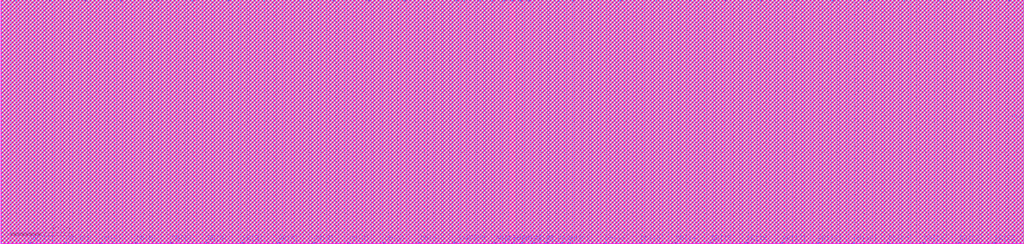
<source format=lef>
#     Copyright (c) 2022 SMIC                                                       
#     Filename:      RAM256.lef                                                   
#     IP code:       S018RF2P                                                         
#     Version:       0.2.b                                                        
#     CreateDate:    Mon Oct 31 21:43:58 CST 2022                                                     
                    
#    LEF for 2-PORT Register File                                                               
#    SMIC 0.18um G Logic Process                                                       
#    Configuration: -instname RAM256 -rows 64 -bits 24 -mux 4  



# DISCLAIMER                                                                           #
#                                                                                      #  
#   SMIC hereby provides the quality information to you but makes no claims,           #
# promises or guarantees about the accuracy, completeness, or adequacy of the          #
# information herein. The information contained herein is provided on an "AS IS"       #
# basis without any warranty, and SMIC assumes no obligation to provide support        #
# of any kind or otherwise maintain the information.                                   #  
#   SMIC disclaims any representation that the information does not infringe any       #
# intellectual property rights or proprietary rights of any third parties. SMIC        #
# makes no other warranty, whether express, implied or statutory as to any             #
# matter whatsoever, including but not limited to the accuracy or sufficiency of       #
# any information or the merchantability and fitness for a particular purpose.         #
# Neither SMIC nor any of its representatives shall be liable for any cause of         #
# action incurred to connect to this service.                                          #  
#                                                                                      #
# STATEMENT OF USE AND CONFIDENTIALITY                                                 #  
#                                                                                      #  
#   The following/attached material contains confidential and proprietary              #  
# information of SMIC. This material is based upon information which SMIC              #  
# considers reliable, but SMIC neither represents nor warrants that such               #
# information is accurate or complete, and it must not be relied upon as such.         #
# This information was prepared for informational purposes and is for the use          #
# by SMIC's customer only. SMIC reserves the right to make changes in the              #  
# information at any time without notice.                                              #  
#   No part of this information may be reproduced, transmitted, transcribed,           #  
# stored in a retrieval system, or translated into any human or computer               # 
# language, in any form or by any means, electronic, mechanical, magnetic,             #  
# optical, chemical, manual, or otherwise, without the prior written consent of        #
# SMIC. Any unauthorized use or disclosure of this material is strictly                #  
# prohibited and may be unlawful. By accepting this material, the receiving            #  
# party shall be deemed to have acknowledged, accepted, and agreed to be bound         #
# by the foregoing limitations and restrictions. Thank you.                            #  
#                                                                                      #  


MACRO RAM256
CLASS BLOCK ;
ORIGIN 0 0 ;
SIZE 670.9 BY 159.945 ;
SYMMETRY X Y R90 ;

PIN QA[11]
DIRECTION OUTPUT ;
USE SIGNAL ;
PORT
LAYER METAL1 ;
RECT 8.905 159.305 9.975 159.945 ;
LAYER METAL2 ;
RECT 8.905 159.305 9.975 159.945 ;
LAYER METAL3 ;
RECT 8.905 159.305 9.975 159.945 ;
END
ANTENNAGATEAREA 0.079 ;
ANTENNADIFFAREA 0.3738 ;
END QA[11]

PIN DB[11]
DIRECTION INPUT ;
USE SIGNAL ;
PORT
LAYER METAL1 ;
RECT 18.725 0.0 19.795 0.64 ;
LAYER METAL2 ;
RECT 18.725 0.0 19.795 0.64 ;
LAYER METAL3 ;
RECT 18.725 0.0 19.795 0.64 ;
END
ANTENNAGATEAREA 0.079 ;
ANTENNADIFFAREA 0.3738 ;
END DB[11]

PIN QA[10]
DIRECTION OUTPUT ;
USE SIGNAL ;
PORT
LAYER METAL1 ;
RECT 32.145 159.305 33.215 159.945 ;
LAYER METAL2 ;
RECT 32.145 159.305 33.215 159.945 ;
LAYER METAL3 ;
RECT 32.145 159.305 33.215 159.945 ;
END
ANTENNAGATEAREA 0.079 ;
ANTENNADIFFAREA 0.3738 ;
END QA[10]

PIN DB[10]
DIRECTION INPUT ;
USE SIGNAL ;
PORT
LAYER METAL1 ;
RECT 41.965 0.0 43.035 0.64 ;
LAYER METAL2 ;
RECT 41.965 0.0 43.035 0.64 ;
LAYER METAL3 ;
RECT 41.965 0.0 43.035 0.64 ;
END
ANTENNAGATEAREA 0.079 ;
ANTENNADIFFAREA 0.3738 ;
END DB[10]

PIN QA[9]
DIRECTION OUTPUT ;
USE SIGNAL ;
PORT
LAYER METAL1 ;
RECT 55.385 159.305 56.455 159.945 ;
LAYER METAL2 ;
RECT 55.385 159.305 56.455 159.945 ;
LAYER METAL3 ;
RECT 55.385 159.305 56.455 159.945 ;
END
ANTENNAGATEAREA 0.079 ;
ANTENNADIFFAREA 0.3738 ;
END QA[9]

PIN DB[9]
DIRECTION INPUT ;
USE SIGNAL ;
PORT
LAYER METAL1 ;
RECT 65.205 0.0 66.275 0.64 ;
LAYER METAL2 ;
RECT 65.205 0.0 66.275 0.64 ;
LAYER METAL3 ;
RECT 65.205 0.0 66.275 0.64 ;
END
ANTENNAGATEAREA 0.079 ;
ANTENNADIFFAREA 0.3738 ;
END DB[9]

PIN QA[8]
DIRECTION OUTPUT ;
USE SIGNAL ;
PORT
LAYER METAL1 ;
RECT 78.625 159.305 79.695 159.945 ;
LAYER METAL2 ;
RECT 78.625 159.305 79.695 159.945 ;
LAYER METAL3 ;
RECT 78.625 159.305 79.695 159.945 ;
END
ANTENNAGATEAREA 0.079 ;
ANTENNADIFFAREA 0.3738 ;
END QA[8]

PIN DB[8]
DIRECTION INPUT ;
USE SIGNAL ;
PORT
LAYER METAL1 ;
RECT 88.445 0.0 89.515 0.64 ;
LAYER METAL2 ;
RECT 88.445 0.0 89.515 0.64 ;
LAYER METAL3 ;
RECT 88.445 0.0 89.515 0.64 ;
END
ANTENNAGATEAREA 0.079 ;
ANTENNADIFFAREA 0.3738 ;
END DB[8]

PIN QA[7]
DIRECTION OUTPUT ;
USE SIGNAL ;
PORT
LAYER METAL1 ;
RECT 101.865 159.305 102.935 159.945 ;
LAYER METAL2 ;
RECT 101.865 159.305 102.935 159.945 ;
LAYER METAL3 ;
RECT 101.865 159.305 102.935 159.945 ;
END
ANTENNAGATEAREA 0.079 ;
ANTENNADIFFAREA 0.3738 ;
END QA[7]

PIN DB[7]
DIRECTION INPUT ;
USE SIGNAL ;
PORT
LAYER METAL1 ;
RECT 111.685 0.0 112.755 0.64 ;
LAYER METAL2 ;
RECT 111.685 0.0 112.755 0.64 ;
LAYER METAL3 ;
RECT 111.685 0.0 112.755 0.64 ;
END
ANTENNAGATEAREA 0.079 ;
ANTENNADIFFAREA 0.3738 ;
END DB[7]

PIN QA[6]
DIRECTION OUTPUT ;
USE SIGNAL ;
PORT
LAYER METAL1 ;
RECT 125.105 159.305 126.175 159.945 ;
LAYER METAL2 ;
RECT 125.105 159.305 126.175 159.945 ;
LAYER METAL3 ;
RECT 125.105 159.305 126.175 159.945 ;
END
ANTENNAGATEAREA 0.079 ;
ANTENNADIFFAREA 0.3738 ;
END QA[6]

PIN DB[6]
DIRECTION INPUT ;
USE SIGNAL ;
PORT
LAYER METAL1 ;
RECT 134.925 0.0 135.995 0.64 ;
LAYER METAL2 ;
RECT 134.925 0.0 135.995 0.64 ;
LAYER METAL3 ;
RECT 134.925 0.0 135.995 0.64 ;
END
ANTENNAGATEAREA 0.079 ;
ANTENNADIFFAREA 0.3738 ;
END DB[6]

PIN QA[5]
DIRECTION OUTPUT ;
USE SIGNAL ;
PORT
LAYER METAL1 ;
RECT 148.345 159.305 149.415 159.945 ;
LAYER METAL2 ;
RECT 148.345 159.305 149.415 159.945 ;
LAYER METAL3 ;
RECT 148.345 159.305 149.415 159.945 ;
END
ANTENNAGATEAREA 0.079 ;
ANTENNADIFFAREA 0.3738 ;
END QA[5]

PIN DB[5]
DIRECTION INPUT ;
USE SIGNAL ;
PORT
LAYER METAL1 ;
RECT 158.165 0.0 159.235 0.64 ;
LAYER METAL2 ;
RECT 158.165 0.0 159.235 0.64 ;
LAYER METAL3 ;
RECT 158.165 0.0 159.235 0.64 ;
END
ANTENNAGATEAREA 0.079 ;
ANTENNADIFFAREA 0.3738 ;
END DB[5]

PIN QA[4]
DIRECTION OUTPUT ;
USE SIGNAL ;
PORT
LAYER METAL1 ;
RECT 171.585 159.305 172.655 159.945 ;
LAYER METAL2 ;
RECT 171.585 159.305 172.655 159.945 ;
LAYER METAL3 ;
RECT 171.585 159.305 172.655 159.945 ;
END
ANTENNAGATEAREA 0.079 ;
ANTENNADIFFAREA 0.3738 ;
END QA[4]

PIN DB[4]
DIRECTION INPUT ;
USE SIGNAL ;
PORT
LAYER METAL1 ;
RECT 181.405 0.0 182.475 0.64 ;
LAYER METAL2 ;
RECT 181.405 0.0 182.475 0.64 ;
LAYER METAL3 ;
RECT 181.405 0.0 182.475 0.64 ;
END
ANTENNAGATEAREA 0.079 ;
ANTENNADIFFAREA 0.3738 ;
END DB[4]

PIN QA[3]
DIRECTION OUTPUT ;
USE SIGNAL ;
PORT
LAYER METAL1 ;
RECT 194.825 159.305 195.895 159.945 ;
LAYER METAL2 ;
RECT 194.825 159.305 195.895 159.945 ;
LAYER METAL3 ;
RECT 194.825 159.305 195.895 159.945 ;
END
ANTENNAGATEAREA 0.079 ;
ANTENNADIFFAREA 0.3738 ;
END QA[3]

PIN DB[3]
DIRECTION INPUT ;
USE SIGNAL ;
PORT
LAYER METAL1 ;
RECT 204.645 0.0 205.715 0.64 ;
LAYER METAL2 ;
RECT 204.645 0.0 205.715 0.64 ;
LAYER METAL3 ;
RECT 204.645 0.0 205.715 0.64 ;
END
ANTENNAGATEAREA 0.079 ;
ANTENNADIFFAREA 0.3738 ;
END DB[3]

PIN QA[2]
DIRECTION OUTPUT ;
USE SIGNAL ;
PORT
LAYER METAL1 ;
RECT 218.065 159.305 219.135 159.945 ;
LAYER METAL2 ;
RECT 218.065 159.305 219.135 159.945 ;
LAYER METAL3 ;
RECT 218.065 159.305 219.135 159.945 ;
END
ANTENNAGATEAREA 0.079 ;
ANTENNADIFFAREA 0.3738 ;
END QA[2]

PIN DB[2]
DIRECTION INPUT ;
USE SIGNAL ;
PORT
LAYER METAL1 ;
RECT 227.885 0.0 228.955 0.64 ;
LAYER METAL2 ;
RECT 227.885 0.0 228.955 0.64 ;
LAYER METAL3 ;
RECT 227.885 0.0 228.955 0.64 ;
END
ANTENNAGATEAREA 0.079 ;
ANTENNADIFFAREA 0.3738 ;
END DB[2]

PIN QA[1]
DIRECTION OUTPUT ;
USE SIGNAL ;
PORT
LAYER METAL1 ;
RECT 241.305 159.305 242.375 159.945 ;
LAYER METAL2 ;
RECT 241.305 159.305 242.375 159.945 ;
LAYER METAL3 ;
RECT 241.305 159.305 242.375 159.945 ;
END
ANTENNAGATEAREA 0.079 ;
ANTENNADIFFAREA 0.3738 ;
END QA[1]

PIN DB[1]
DIRECTION INPUT ;
USE SIGNAL ;
PORT
LAYER METAL1 ;
RECT 251.125 0.0 252.195 0.64 ;
LAYER METAL2 ;
RECT 251.125 0.0 252.195 0.64 ;
LAYER METAL3 ;
RECT 251.125 0.0 252.195 0.64 ;
END
ANTENNAGATEAREA 0.079 ;
ANTENNADIFFAREA 0.3738 ;
END DB[1]

PIN QA[0]
DIRECTION OUTPUT ;
USE SIGNAL ;
PORT
LAYER METAL1 ;
RECT 264.545 159.305 265.615 159.945 ;
LAYER METAL2 ;
RECT 264.545 159.305 265.615 159.945 ;
LAYER METAL3 ;
RECT 264.545 159.305 265.615 159.945 ;
END
ANTENNAGATEAREA 0.079 ;
ANTENNADIFFAREA 0.3738 ;
END QA[0]

PIN DB[0]
DIRECTION INPUT ;
USE SIGNAL ;
PORT
LAYER METAL1 ;
RECT 274.365 0.0 275.435 0.64 ;
LAYER METAL2 ;
RECT 274.365 0.0 275.435 0.64 ;
LAYER METAL3 ;
RECT 274.365 0.0 275.435 0.64 ;
END
ANTENNAGATEAREA 0.079 ;
ANTENNADIFFAREA 0.3738 ;
END DB[0]

PIN CLKB
DIRECTION INPUT ;
USE CLOCK ;
PORT
LAYER METAL1 ;
RECT 297.105 0.0 297.605 1.07 ;
LAYER METAL2 ;
RECT 297.105 0.0 297.605 1.07 ;
LAYER METAL3 ;
RECT 297.105 0.0 297.605 1.07 ;
END
ANTENNAGATEAREA 0.079 ;
ANTENNADIFFAREA 0.3738 ;
END CLKB

PIN AA[0]
DIRECTION INPUT ;
USE SIGNAL ;
PORT
LAYER METAL1 ;
RECT 297.655 159.305 298.905 159.945 ;
LAYER METAL2 ;
RECT 297.655 159.305 298.905 159.945 ;
LAYER METAL3 ;
RECT 297.655 159.305 298.905 159.945 ;
END
ANTENNAGATEAREA 0.079 ;
ANTENNADIFFAREA 0.3738 ;
END AA[0]

PIN AA[1]
DIRECTION INPUT ;
USE SIGNAL ;
PORT
LAYER METAL1 ;
RECT 302.505 159.305 303.755 159.945 ;
LAYER METAL2 ;
RECT 302.505 159.305 303.755 159.945 ;
LAYER METAL3 ;
RECT 302.505 159.305 303.755 159.945 ;
END
ANTENNAGATEAREA 0.079 ;
ANTENNADIFFAREA 0.3738 ;
END AA[1]

PIN CENB
DIRECTION INPUT ;
USE SIGNAL ;
PORT
LAYER METAL1 ;
RECT 306.72 0.0 307.22 1.07 ;
LAYER METAL2 ;
RECT 306.72 0.0 307.22 1.07 ;
LAYER METAL3 ;
RECT 306.72 0.0 307.22 1.07 ;
END
ANTENNAGATEAREA 0.079 ;
ANTENNADIFFAREA 0.3738 ;
END CENB

PIN AA[4]
DIRECTION INPUT ;
USE SIGNAL ;
PORT
LAYER METAL1 ;
RECT 312.875 159.305 314.525 159.945 ;
LAYER METAL2 ;
RECT 312.875 159.305 314.125 159.945 ;
LAYER METAL3 ;
RECT 312.875 159.305 314.125 159.945 ;
END
ANTENNAGATEAREA 0.079 ;
ANTENNADIFFAREA 0.3738 ;
END AA[4]

PIN AA[3]
DIRECTION INPUT ;
USE SIGNAL ;
PORT
LAYER METAL1 ;
RECT 320.815 159.305 322.465 159.945 ;
LAYER METAL2 ;
RECT 320.815 159.305 322.065 159.945 ;
LAYER METAL3 ;
RECT 320.815 159.305 322.065 159.945 ;
END
ANTENNAGATEAREA 0.079 ;
ANTENNADIFFAREA 0.3738 ;
END AA[3]

PIN AB[7]
DIRECTION INPUT ;
USE SIGNAL ;
PORT
LAYER METAL1 ;
RECT 323.45 0.0 325.015 0.64 ;
LAYER METAL2 ;
RECT 323.765 0.0 325.015 0.64 ;
LAYER METAL3 ;
RECT 323.765 0.0 325.015 0.64 ;
END
ANTENNAGATEAREA 0.079 ;
ANTENNADIFFAREA 0.3738 ;
END AB[7]

PIN AA[2]
DIRECTION INPUT ;
USE SIGNAL ;
PORT
LAYER METAL1 ;
RECT 328.755 159.305 330.405 159.945 ;
LAYER METAL2 ;
RECT 328.755 159.305 330.005 159.945 ;
LAYER METAL3 ;
RECT 328.755 159.305 330.005 159.945 ;
END
ANTENNAGATEAREA 0.079 ;
ANTENNADIFFAREA 0.3738 ;
END AA[2]

PIN AB[6]
DIRECTION INPUT ;
USE SIGNAL ;
PORT
LAYER METAL1 ;
RECT 329.21 0.0 330.775 0.64 ;
LAYER METAL2 ;
RECT 329.525 0.0 330.775 0.64 ;
LAYER METAL3 ;
RECT 329.525 0.0 330.775 0.64 ;
END
ANTENNAGATEAREA 0.079 ;
ANTENNADIFFAREA 0.3738 ;
END AB[6]

PIN AA[5]
DIRECTION INPUT ;
USE SIGNAL ;
PORT
LAYER METAL1 ;
RECT 334.365 159.305 335.93 159.945 ;
LAYER METAL2 ;
RECT 334.365 159.305 335.615 159.945 ;
LAYER METAL3 ;
RECT 334.365 159.305 335.615 159.945 ;
END
ANTENNAGATEAREA 0.079 ;
ANTENNADIFFAREA 0.3738 ;
END AA[5]

PIN AB[5]
DIRECTION INPUT ;
USE SIGNAL ;
PORT
LAYER METAL1 ;
RECT 334.97 0.0 336.535 0.64 ;
LAYER METAL2 ;
RECT 335.285 0.0 336.535 0.64 ;
LAYER METAL3 ;
RECT 335.285 0.0 336.535 0.64 ;
END
ANTENNAGATEAREA 0.079 ;
ANTENNADIFFAREA 0.3738 ;
END AB[5]

PIN AA[6]
DIRECTION INPUT ;
USE SIGNAL ;
PORT
LAYER METAL1 ;
RECT 340.125 159.305 341.69 159.945 ;
LAYER METAL2 ;
RECT 340.125 159.305 341.375 159.945 ;
LAYER METAL3 ;
RECT 340.125 159.305 341.375 159.945 ;
END
ANTENNAGATEAREA 0.079 ;
ANTENNADIFFAREA 0.3738 ;
END AA[6]

PIN AB[2]
DIRECTION INPUT ;
USE SIGNAL ;
PORT
LAYER METAL1 ;
RECT 340.495 0.0 342.145 0.64 ;
LAYER METAL2 ;
RECT 340.895 0.0 342.145 0.64 ;
LAYER METAL3 ;
RECT 340.895 0.0 342.145 0.64 ;
END
ANTENNAGATEAREA 0.079 ;
ANTENNADIFFAREA 0.3738 ;
END AB[2]

PIN AA[7]
DIRECTION INPUT ;
USE SIGNAL ;
PORT
LAYER METAL1 ;
RECT 345.885 159.305 347.45 159.945 ;
LAYER METAL2 ;
RECT 345.885 159.305 347.135 159.945 ;
LAYER METAL3 ;
RECT 345.885 159.305 347.135 159.945 ;
END
ANTENNAGATEAREA 0.079 ;
ANTENNADIFFAREA 0.3738 ;
END AA[7]

PIN AB[3]
DIRECTION INPUT ;
USE SIGNAL ;
PORT
LAYER METAL1 ;
RECT 348.435 0.0 350.085 0.64 ;
LAYER METAL2 ;
RECT 348.835 0.0 350.085 0.64 ;
LAYER METAL3 ;
RECT 348.835 0.0 350.085 0.64 ;
END
ANTENNAGATEAREA 0.079 ;
ANTENNADIFFAREA 0.3738 ;
END AB[3]

PIN AB[4]
DIRECTION INPUT ;
USE SIGNAL ;
PORT
LAYER METAL1 ;
RECT 356.375 0.0 358.025 0.64 ;
LAYER METAL2 ;
RECT 356.775 0.0 358.025 0.64 ;
LAYER METAL3 ;
RECT 356.775 0.0 358.025 0.64 ;
END
ANTENNAGATEAREA 0.079 ;
ANTENNADIFFAREA 0.3738 ;
END AB[4]

PIN CENA
DIRECTION INPUT ;
USE SIGNAL ;
PORT
LAYER METAL1 ;
RECT 365.525 158.875 366.025 159.945 ;
LAYER METAL2 ;
RECT 365.525 158.875 366.025 159.945 ;
LAYER METAL3 ;
RECT 365.525 158.875 366.025 159.945 ;
END
ANTENNAGATEAREA 0.079 ;
ANTENNADIFFAREA 0.3738 ;
END CENA

PIN AB[1]
DIRECTION INPUT ;
USE SIGNAL ;
PORT
LAYER METAL1 ;
RECT 367.145 0.0 368.395 0.64 ;
LAYER METAL2 ;
RECT 367.145 0.0 368.395 0.64 ;
LAYER METAL3 ;
RECT 367.145 0.0 368.395 0.64 ;
END
ANTENNAGATEAREA 0.079 ;
ANTENNADIFFAREA 0.3738 ;
END AB[1]

PIN AB[0]
DIRECTION INPUT ;
USE SIGNAL ;
PORT
LAYER METAL1 ;
RECT 371.995 0.0 373.245 0.64 ;
LAYER METAL2 ;
RECT 371.995 0.0 373.245 0.64 ;
LAYER METAL3 ;
RECT 371.995 0.0 373.245 0.64 ;
END
ANTENNAGATEAREA 0.079 ;
ANTENNADIFFAREA 0.3738 ;
END AB[0]

PIN CLKA
DIRECTION INPUT ;
USE CLOCK ;
PORT
LAYER METAL1 ;
RECT 374.93 158.875 375.43 159.945 ;
LAYER METAL2 ;
RECT 374.93 158.875 375.43 159.945 ;
LAYER METAL3 ;
RECT 374.93 158.875 375.43 159.945 ;
END
ANTENNAGATEAREA 0.079 ;
ANTENNADIFFAREA 0.3738 ;
END CLKA

PIN DB[12]
DIRECTION INPUT ;
USE SIGNAL ;
PORT
LAYER METAL1 ;
RECT 395.465 0.0 396.535 0.64 ;
LAYER METAL2 ;
RECT 395.465 0.0 396.535 0.64 ;
LAYER METAL3 ;
RECT 395.465 0.0 396.535 0.64 ;
END
ANTENNAGATEAREA 0.079 ;
ANTENNADIFFAREA 0.3738 ;
END DB[12]

PIN QA[12]
DIRECTION OUTPUT ;
USE SIGNAL ;
PORT
LAYER METAL1 ;
RECT 405.285 159.305 406.355 159.945 ;
LAYER METAL2 ;
RECT 405.285 159.305 406.355 159.945 ;
LAYER METAL3 ;
RECT 405.285 159.305 406.355 159.945 ;
END
ANTENNAGATEAREA 0.079 ;
ANTENNADIFFAREA 0.3738 ;
END QA[12]

PIN DB[13]
DIRECTION INPUT ;
USE SIGNAL ;
PORT
LAYER METAL1 ;
RECT 418.705 0.0 419.775 0.64 ;
LAYER METAL2 ;
RECT 418.705 0.0 419.775 0.64 ;
LAYER METAL3 ;
RECT 418.705 0.0 419.775 0.64 ;
END
ANTENNAGATEAREA 0.079 ;
ANTENNADIFFAREA 0.3738 ;
END DB[13]

PIN QA[13]
DIRECTION OUTPUT ;
USE SIGNAL ;
PORT
LAYER METAL1 ;
RECT 428.525 159.305 429.595 159.945 ;
LAYER METAL2 ;
RECT 428.525 159.305 429.595 159.945 ;
LAYER METAL3 ;
RECT 428.525 159.305 429.595 159.945 ;
END
ANTENNAGATEAREA 0.079 ;
ANTENNADIFFAREA 0.3738 ;
END QA[13]

PIN DB[14]
DIRECTION INPUT ;
USE SIGNAL ;
PORT
LAYER METAL1 ;
RECT 441.945 0.0 443.015 0.64 ;
LAYER METAL2 ;
RECT 441.945 0.0 443.015 0.64 ;
LAYER METAL3 ;
RECT 441.945 0.0 443.015 0.64 ;
END
ANTENNAGATEAREA 0.079 ;
ANTENNADIFFAREA 0.3738 ;
END DB[14]

PIN QA[14]
DIRECTION OUTPUT ;
USE SIGNAL ;
PORT
LAYER METAL1 ;
RECT 451.765 159.305 452.835 159.945 ;
LAYER METAL2 ;
RECT 451.765 159.305 452.835 159.945 ;
LAYER METAL3 ;
RECT 451.765 159.305 452.835 159.945 ;
END
ANTENNAGATEAREA 0.079 ;
ANTENNADIFFAREA 0.3738 ;
END QA[14]

PIN DB[15]
DIRECTION INPUT ;
USE SIGNAL ;
PORT
LAYER METAL1 ;
RECT 465.185 0.0 466.255 0.64 ;
LAYER METAL2 ;
RECT 465.185 0.0 466.255 0.64 ;
LAYER METAL3 ;
RECT 465.185 0.0 466.255 0.64 ;
END
ANTENNAGATEAREA 0.079 ;
ANTENNADIFFAREA 0.3738 ;
END DB[15]

PIN QA[15]
DIRECTION OUTPUT ;
USE SIGNAL ;
PORT
LAYER METAL1 ;
RECT 475.005 159.305 476.075 159.945 ;
LAYER METAL2 ;
RECT 475.005 159.305 476.075 159.945 ;
LAYER METAL3 ;
RECT 475.005 159.305 476.075 159.945 ;
END
ANTENNAGATEAREA 0.079 ;
ANTENNADIFFAREA 0.3738 ;
END QA[15]

PIN DB[16]
DIRECTION INPUT ;
USE SIGNAL ;
PORT
LAYER METAL1 ;
RECT 488.425 0.0 489.495 0.64 ;
LAYER METAL2 ;
RECT 488.425 0.0 489.495 0.64 ;
LAYER METAL3 ;
RECT 488.425 0.0 489.495 0.64 ;
END
ANTENNAGATEAREA 0.079 ;
ANTENNADIFFAREA 0.3738 ;
END DB[16]

PIN QA[16]
DIRECTION OUTPUT ;
USE SIGNAL ;
PORT
LAYER METAL1 ;
RECT 498.245 159.305 499.315 159.945 ;
LAYER METAL2 ;
RECT 498.245 159.305 499.315 159.945 ;
LAYER METAL3 ;
RECT 498.245 159.305 499.315 159.945 ;
END
ANTENNAGATEAREA 0.079 ;
ANTENNADIFFAREA 0.3738 ;
END QA[16]

PIN DB[17]
DIRECTION INPUT ;
USE SIGNAL ;
PORT
LAYER METAL1 ;
RECT 511.665 0.0 512.735 0.64 ;
LAYER METAL2 ;
RECT 511.665 0.0 512.735 0.64 ;
LAYER METAL3 ;
RECT 511.665 0.0 512.735 0.64 ;
END
ANTENNAGATEAREA 0.079 ;
ANTENNADIFFAREA 0.3738 ;
END DB[17]

PIN QA[17]
DIRECTION OUTPUT ;
USE SIGNAL ;
PORT
LAYER METAL1 ;
RECT 521.485 159.305 522.555 159.945 ;
LAYER METAL2 ;
RECT 521.485 159.305 522.555 159.945 ;
LAYER METAL3 ;
RECT 521.485 159.305 522.555 159.945 ;
END
ANTENNAGATEAREA 0.079 ;
ANTENNADIFFAREA 0.3738 ;
END QA[17]

PIN DB[18]
DIRECTION INPUT ;
USE SIGNAL ;
PORT
LAYER METAL1 ;
RECT 534.905 0.0 535.975 0.64 ;
LAYER METAL2 ;
RECT 534.905 0.0 535.975 0.64 ;
LAYER METAL3 ;
RECT 534.905 0.0 535.975 0.64 ;
END
ANTENNAGATEAREA 0.079 ;
ANTENNADIFFAREA 0.3738 ;
END DB[18]

PIN QA[18]
DIRECTION OUTPUT ;
USE SIGNAL ;
PORT
LAYER METAL1 ;
RECT 544.725 159.305 545.795 159.945 ;
LAYER METAL2 ;
RECT 544.725 159.305 545.795 159.945 ;
LAYER METAL3 ;
RECT 544.725 159.305 545.795 159.945 ;
END
ANTENNAGATEAREA 0.079 ;
ANTENNADIFFAREA 0.3738 ;
END QA[18]

PIN DB[19]
DIRECTION INPUT ;
USE SIGNAL ;
PORT
LAYER METAL1 ;
RECT 558.145 0.0 559.215 0.64 ;
LAYER METAL2 ;
RECT 558.145 0.0 559.215 0.64 ;
LAYER METAL3 ;
RECT 558.145 0.0 559.215 0.64 ;
END
ANTENNAGATEAREA 0.079 ;
ANTENNADIFFAREA 0.3738 ;
END DB[19]

PIN QA[19]
DIRECTION OUTPUT ;
USE SIGNAL ;
PORT
LAYER METAL1 ;
RECT 567.965 159.305 569.035 159.945 ;
LAYER METAL2 ;
RECT 567.965 159.305 569.035 159.945 ;
LAYER METAL3 ;
RECT 567.965 159.305 569.035 159.945 ;
END
ANTENNAGATEAREA 0.079 ;
ANTENNADIFFAREA 0.3738 ;
END QA[19]

PIN DB[20]
DIRECTION INPUT ;
USE SIGNAL ;
PORT
LAYER METAL1 ;
RECT 581.385 0.0 582.455 0.64 ;
LAYER METAL2 ;
RECT 581.385 0.0 582.455 0.64 ;
LAYER METAL3 ;
RECT 581.385 0.0 582.455 0.64 ;
END
ANTENNAGATEAREA 0.079 ;
ANTENNADIFFAREA 0.3738 ;
END DB[20]

PIN QA[20]
DIRECTION OUTPUT ;
USE SIGNAL ;
PORT
LAYER METAL1 ;
RECT 591.205 159.305 592.275 159.945 ;
LAYER METAL2 ;
RECT 591.205 159.305 592.275 159.945 ;
LAYER METAL3 ;
RECT 591.205 159.305 592.275 159.945 ;
END
ANTENNAGATEAREA 0.079 ;
ANTENNADIFFAREA 0.3738 ;
END QA[20]

PIN DB[21]
DIRECTION INPUT ;
USE SIGNAL ;
PORT
LAYER METAL1 ;
RECT 604.625 0.0 605.695 0.64 ;
LAYER METAL2 ;
RECT 604.625 0.0 605.695 0.64 ;
LAYER METAL3 ;
RECT 604.625 0.0 605.695 0.64 ;
END
ANTENNAGATEAREA 0.079 ;
ANTENNADIFFAREA 0.3738 ;
END DB[21]

PIN QA[21]
DIRECTION OUTPUT ;
USE SIGNAL ;
PORT
LAYER METAL1 ;
RECT 614.445 159.305 615.515 159.945 ;
LAYER METAL2 ;
RECT 614.445 159.305 615.515 159.945 ;
LAYER METAL3 ;
RECT 614.445 159.305 615.515 159.945 ;
END
ANTENNAGATEAREA 0.079 ;
ANTENNADIFFAREA 0.3738 ;
END QA[21]

PIN DB[22]
DIRECTION INPUT ;
USE SIGNAL ;
PORT
LAYER METAL1 ;
RECT 627.865 0.0 628.935 0.64 ;
LAYER METAL2 ;
RECT 627.865 0.0 628.935 0.64 ;
LAYER METAL3 ;
RECT 627.865 0.0 628.935 0.64 ;
END
ANTENNAGATEAREA 0.079 ;
ANTENNADIFFAREA 0.3738 ;
END DB[22]

PIN QA[22]
DIRECTION OUTPUT ;
USE SIGNAL ;
PORT
LAYER METAL1 ;
RECT 637.685 159.305 638.755 159.945 ;
LAYER METAL2 ;
RECT 637.685 159.305 638.755 159.945 ;
LAYER METAL3 ;
RECT 637.685 159.305 638.755 159.945 ;
END
ANTENNAGATEAREA 0.079 ;
ANTENNADIFFAREA 0.3738 ;
END QA[22]

PIN DB[23]
DIRECTION INPUT ;
USE SIGNAL ;
PORT
LAYER METAL1 ;
RECT 651.105 0.0 652.175 0.64 ;
LAYER METAL2 ;
RECT 651.105 0.0 652.175 0.64 ;
LAYER METAL3 ;
RECT 651.105 0.0 652.175 0.64 ;
END
ANTENNAGATEAREA 0.079 ;
ANTENNADIFFAREA 0.3738 ;
END DB[23]

PIN QA[23]
DIRECTION OUTPUT ;
USE SIGNAL ;
PORT
LAYER METAL1 ;
RECT 660.925 159.305 661.995 159.945 ;
LAYER METAL2 ;
RECT 660.925 159.305 661.995 159.945 ;
LAYER METAL3 ;
RECT 660.925 159.305 661.995 159.945 ;
END
ANTENNAGATEAREA 0.079 ;
ANTENNADIFFAREA 0.3738 ;
END QA[23]

PIN VSS
DIRECTION INOUT ;
USE GROUND ;
PORT
LAYER METAL4 ;
RECT 279.475 0.0 283.475 159.945 ;
LAYER METAL4 ;
RECT 290.475 0.0 294.475 159.945 ;
LAYER METAL4 ;
RECT 301.475 0.0 305.475 159.945 ;
LAYER METAL4 ;
RECT 312.475 0.0 316.475 159.945 ;
LAYER METAL4 ;
RECT 323.475 0.0 327.475 159.945 ;
LAYER METAL4 ;
RECT 343.425 0.0 347.425 159.945 ;
LAYER METAL4 ;
RECT 354.425 0.0 358.425 159.945 ;
LAYER METAL4 ;
RECT 365.425 0.0 369.425 159.945 ;
LAYER METAL4 ;
RECT 376.425 0.0 380.425 159.945 ;
LAYER METAL4 ;
RECT 387.425 0.0 391.425 159.945 ;
LAYER METAL4 ;
RECT 267.855 0.0 271.855 159.945 ;
LAYER METAL4 ;
RECT 256.235 0.0 260.235 159.945 ;
LAYER METAL4 ;
RECT 244.615 0.0 248.615 159.945 ;
LAYER METAL4 ;
RECT 232.995 0.0 236.995 159.945 ;
LAYER METAL4 ;
RECT 221.375 0.0 225.375 159.945 ;
LAYER METAL4 ;
RECT 209.755 0.0 213.755 159.945 ;
LAYER METAL4 ;
RECT 198.135 0.0 202.135 159.945 ;
LAYER METAL4 ;
RECT 186.515 0.0 190.515 159.945 ;
LAYER METAL4 ;
RECT 174.895 0.0 178.895 159.945 ;
LAYER METAL4 ;
RECT 163.275 0.0 167.275 159.945 ;
LAYER METAL4 ;
RECT 151.655 0.0 155.655 159.945 ;
LAYER METAL4 ;
RECT 140.035 0.0 144.035 159.945 ;
LAYER METAL4 ;
RECT 128.415 0.0 132.415 159.945 ;
LAYER METAL4 ;
RECT 116.795 0.0 120.795 159.945 ;
LAYER METAL4 ;
RECT 105.175 0.0 109.175 159.945 ;
LAYER METAL4 ;
RECT 93.555 0.0 97.555 159.945 ;
LAYER METAL4 ;
RECT 81.935 0.0 85.935 159.945 ;
LAYER METAL4 ;
RECT 70.315 0.0 74.315 159.945 ;
LAYER METAL4 ;
RECT 58.695 0.0 62.695 159.945 ;
LAYER METAL4 ;
RECT 47.075 0.0 51.075 159.945 ;
LAYER METAL4 ;
RECT 35.455 0.0 39.455 159.945 ;
LAYER METAL4 ;
RECT 23.835 0.0 27.835 159.945 ;
LAYER METAL4 ;
RECT 12.215 0.0 16.215 159.945 ;
LAYER METAL4 ;
RECT 0.595 0.0 4.595 159.945 ;
LAYER METAL4 ;
RECT 399.045 0.0 403.045 159.945 ;
LAYER METAL4 ;
RECT 410.665 0.0 414.665 159.945 ;
LAYER METAL4 ;
RECT 422.285 0.0 426.285 159.945 ;
LAYER METAL4 ;
RECT 433.905 0.0 437.905 159.945 ;
LAYER METAL4 ;
RECT 445.525 0.0 449.525 159.945 ;
LAYER METAL4 ;
RECT 457.145 0.0 461.145 159.945 ;
LAYER METAL4 ;
RECT 468.765 0.0 472.765 159.945 ;
LAYER METAL4 ;
RECT 480.385 0.0 484.385 159.945 ;
LAYER METAL4 ;
RECT 492.005 0.0 496.005 159.945 ;
LAYER METAL4 ;
RECT 503.625 0.0 507.625 159.945 ;
LAYER METAL4 ;
RECT 515.245 0.0 519.245 159.945 ;
LAYER METAL4 ;
RECT 526.865 0.0 530.865 159.945 ;
LAYER METAL4 ;
RECT 538.485 0.0 542.485 159.945 ;
LAYER METAL4 ;
RECT 550.105 0.0 554.105 159.945 ;
LAYER METAL4 ;
RECT 561.725 0.0 565.725 159.945 ;
LAYER METAL4 ;
RECT 573.345 0.0 577.345 159.945 ;
LAYER METAL4 ;
RECT 584.965 0.0 588.965 159.945 ;
LAYER METAL4 ;
RECT 596.585 0.0 600.585 159.945 ;
LAYER METAL4 ;
RECT 608.205 0.0 612.205 159.945 ;
LAYER METAL4 ;
RECT 619.825 0.0 623.825 159.945 ;
LAYER METAL4 ;
RECT 631.445 0.0 635.445 159.945 ;
LAYER METAL4 ;
RECT 643.065 0.0 647.065 159.945 ;
LAYER METAL4 ;
RECT 654.685 0.0 658.685 159.945 ;
LAYER METAL4 ;
RECT 666.305 0.0 670.305 159.945 ;
END
END VSS

PIN VDD
DIRECTION INOUT ;
USE POWER ;
PORT
LAYER METAL4 ;
RECT 284.975 0.0 288.975 159.945 ;
LAYER METAL4 ;
RECT 295.975 0.0 299.975 159.945 ;
LAYER METAL4 ;
RECT 306.975 0.0 310.975 159.945 ;
LAYER METAL4 ;
RECT 317.975 0.0 321.975 159.945 ;
LAYER METAL4 ;
RECT 328.975 0.0 332.975 159.945 ;
LAYER METAL4 ;
RECT 337.925 0.0 341.925 159.945 ;
LAYER METAL4 ;
RECT 348.925 0.0 352.925 159.945 ;
LAYER METAL4 ;
RECT 359.925 0.0 363.925 159.945 ;
LAYER METAL4 ;
RECT 370.925 0.0 374.925 159.945 ;
LAYER METAL4 ;
RECT 381.925 0.0 385.925 159.945 ;
LAYER METAL4 ;
RECT 273.665 0.0 277.665 159.945 ;
LAYER METAL4 ;
RECT 262.045 0.0 266.045 159.945 ;
LAYER METAL4 ;
RECT 250.425 0.0 254.425 159.945 ;
LAYER METAL4 ;
RECT 238.805 0.0 242.805 159.945 ;
LAYER METAL4 ;
RECT 227.185 0.0 231.185 159.945 ;
LAYER METAL4 ;
RECT 215.565 0.0 219.565 159.945 ;
LAYER METAL4 ;
RECT 203.945 0.0 207.945 159.945 ;
LAYER METAL4 ;
RECT 192.325 0.0 196.325 159.945 ;
LAYER METAL4 ;
RECT 180.705 0.0 184.705 159.945 ;
LAYER METAL4 ;
RECT 169.085 0.0 173.085 159.945 ;
LAYER METAL4 ;
RECT 157.465 0.0 161.465 159.945 ;
LAYER METAL4 ;
RECT 145.845 0.0 149.845 159.945 ;
LAYER METAL4 ;
RECT 134.225 0.0 138.225 159.945 ;
LAYER METAL4 ;
RECT 122.605 0.0 126.605 159.945 ;
LAYER METAL4 ;
RECT 110.985 0.0 114.985 159.945 ;
LAYER METAL4 ;
RECT 99.365 0.0 103.365 159.945 ;
LAYER METAL4 ;
RECT 87.745 0.0 91.745 159.945 ;
LAYER METAL4 ;
RECT 76.125 0.0 80.125 159.945 ;
LAYER METAL4 ;
RECT 64.505 0.0 68.505 159.945 ;
LAYER METAL4 ;
RECT 52.885 0.0 56.885 159.945 ;
LAYER METAL4 ;
RECT 41.265 0.0 45.265 159.945 ;
LAYER METAL4 ;
RECT 29.645 0.0 33.645 159.945 ;
LAYER METAL4 ;
RECT 18.025 0.0 22.025 159.945 ;
LAYER METAL4 ;
RECT 6.405 0.0 10.405 159.945 ;
LAYER METAL4 ;
RECT 393.235 0.0 397.235 159.945 ;
LAYER METAL4 ;
RECT 404.855 0.0 408.855 159.945 ;
LAYER METAL4 ;
RECT 416.475 0.0 420.475 159.945 ;
LAYER METAL4 ;
RECT 428.095 0.0 432.095 159.945 ;
LAYER METAL4 ;
RECT 439.715 0.0 443.715 159.945 ;
LAYER METAL4 ;
RECT 451.335 0.0 455.335 159.945 ;
LAYER METAL4 ;
RECT 462.955 0.0 466.955 159.945 ;
LAYER METAL4 ;
RECT 474.575 0.0 478.575 159.945 ;
LAYER METAL4 ;
RECT 486.195 0.0 490.195 159.945 ;
LAYER METAL4 ;
RECT 497.815 0.0 501.815 159.945 ;
LAYER METAL4 ;
RECT 509.435 0.0 513.435 159.945 ;
LAYER METAL4 ;
RECT 521.055 0.0 525.055 159.945 ;
LAYER METAL4 ;
RECT 532.675 0.0 536.675 159.945 ;
LAYER METAL4 ;
RECT 544.295 0.0 548.295 159.945 ;
LAYER METAL4 ;
RECT 555.915 0.0 559.915 159.945 ;
LAYER METAL4 ;
RECT 567.535 0.0 571.535 159.945 ;
LAYER METAL4 ;
RECT 579.155 0.0 583.155 159.945 ;
LAYER METAL4 ;
RECT 590.775 0.0 594.775 159.945 ;
LAYER METAL4 ;
RECT 602.395 0.0 606.395 159.945 ;
LAYER METAL4 ;
RECT 614.015 0.0 618.015 159.945 ;
LAYER METAL4 ;
RECT 625.635 0.0 629.635 159.945 ;
LAYER METAL4 ;
RECT 637.255 0.0 641.255 159.945 ;
LAYER METAL4 ;
RECT 648.875 0.0 652.875 159.945 ;
LAYER METAL4 ;
RECT 660.495 0.0 664.495 159.945 ;
END
END VDD

OBS
LAYER VIA12 ;
RECT  0.000 0.000 670.900 159.945 ;
LAYER VIA23 ;
RECT  0.000 0.000 670.900 159.945 ;
LAYER VIA34 ;
RECT  0.000 0.000 670.900 159.945 ;
LAYER METAL1 ;
POLYGON 0.000 0.000 18.495 0.000 18.495 0.870 20.025 0.870 20.025 0.000
 41.735 0.000 41.735 0.870 43.265 0.870 43.265 0.000 64.975 0.000
 64.975 0.870 66.505 0.870 66.505 0.000 88.215 0.000 88.215 0.870
 89.745 0.870 89.745 0.000 111.455 0.000 111.455 0.870 112.985 0.870
 112.985 0.000 134.695 0.000 134.695 0.870 136.225 0.870 136.225 0.000
 157.935 0.000 157.935 0.870 159.465 0.870 159.465 0.000 181.175 0.000
 181.175 0.870 182.705 0.870 182.705 0.000 204.415 0.000 204.415 0.870
 205.945 0.870 205.945 0.000 227.655 0.000 227.655 0.870 229.185 0.870
 229.185 0.000 250.895 0.000 250.895 0.870 252.425 0.870 252.425 0.000
 274.135 0.000 274.135 0.870 275.665 0.870 275.665 0.000 296.875 0.000
 296.875 1.300 297.835 1.300 297.835 0.000 306.490 0.000 306.490 1.300
 307.450 1.300 307.450 0.000 323.220 0.000 323.220 0.870 325.245 0.870
 325.245 0.000 328.980 0.000 328.980 0.870 331.005 0.870 331.005 0.000
 334.740 0.000 334.740 0.870 336.765 0.870 336.765 0.000 340.265 0.000
 340.265 0.870 342.375 0.870 342.375 0.000 348.205 0.000 348.205 0.870
 350.315 0.870 350.315 0.000 356.145 0.000 356.145 0.870 358.255 0.870
 358.255 0.000 366.915 0.000 366.915 0.870 368.625 0.870 368.625 0.000
 371.765 0.000 371.765 0.870 373.475 0.870 373.475 0.000 395.235 0.000
 395.235 0.870 396.765 0.870 396.765 0.000 418.475 0.000 418.475 0.870
 420.005 0.870 420.005 0.000 441.715 0.000 441.715 0.870 443.245 0.870
 443.245 0.000 464.955 0.000 464.955 0.870 466.485 0.870 466.485 0.000
 488.195 0.000 488.195 0.870 489.725 0.870 489.725 0.000 511.435 0.000
 511.435 0.870 512.965 0.870 512.965 0.000 534.675 0.000 534.675 0.870
 536.205 0.870 536.205 0.000 557.915 0.000 557.915 0.870 559.445 0.870
 559.445 0.000 581.155 0.000 581.155 0.870 582.685 0.870 582.685 0.000
 604.395 0.000 604.395 0.870 605.925 0.870 605.925 0.000 627.635 0.000
 627.635 0.870 629.165 0.870 629.165 0.000 650.875 0.000 650.875 0.870
 652.405 0.870 652.405 0.000 670.900 0.000 670.900 159.945 662.225 159.945 662.225 159.075 660.695 159.075 660.695 159.945
 638.985 159.945 638.985 159.075 637.455 159.075 637.455 159.945 615.745 159.945
 615.745 159.075 614.215 159.075 614.215 159.945 592.505 159.945 592.505 159.075
 590.975 159.075 590.975 159.945 569.265 159.945 569.265 159.075 567.735 159.075
 567.735 159.945 546.025 159.945 546.025 159.075 544.495 159.075 544.495 159.945
 522.785 159.945 522.785 159.075 521.255 159.075 521.255 159.945 499.545 159.945
 499.545 159.075 498.015 159.075 498.015 159.945 476.305 159.945 476.305 159.075
 474.775 159.075 474.775 159.945 453.065 159.945 453.065 159.075 451.535 159.075
 451.535 159.945 429.825 159.945 429.825 159.075 428.295 159.075 428.295 159.945
 406.585 159.945 406.585 159.075 405.055 159.075 405.055 159.945 375.660 159.945
 375.660 158.645 374.700 158.645 374.700 159.945 366.255 159.945 366.255 158.645
 365.295 158.645 365.295 159.945 347.680 159.945 347.680 159.075 345.655 159.075
 345.655 159.945 341.920 159.945 341.920 159.075 339.895 159.075 339.895 159.945
 336.160 159.945 336.160 159.075 334.135 159.075 334.135 159.945 330.635 159.945
 330.635 159.075 328.525 159.075 328.525 159.945 322.695 159.945 322.695 159.075
 320.585 159.075 320.585 159.945 314.755 159.945 314.755 159.075 312.645 159.075
 312.645 159.945 303.985 159.945 303.985 159.075 302.275 159.075 302.275 159.945
 299.135 159.945 299.135 159.075 297.425 159.075 297.425 159.945 265.845 159.945
 265.845 159.075 264.315 159.075 264.315 159.945 242.605 159.945 242.605 159.075
 241.075 159.075 241.075 159.945 219.365 159.945 219.365 159.075 217.835 159.075
 217.835 159.945 196.125 159.945 196.125 159.075 194.595 159.075 194.595 159.945
 172.885 159.945 172.885 159.075 171.355 159.075 171.355 159.945 149.645 159.945
 149.645 159.075 148.115 159.075 148.115 159.945 126.405 159.945 126.405 159.075
 124.875 159.075 124.875 159.945 103.165 159.945 103.165 159.075 101.635 159.075
 101.635 159.945 79.925 159.945 79.925 159.075 78.395 159.075 78.395 159.945
 56.685 159.945 56.685 159.075 55.155 159.075 55.155 159.945 33.445 159.945
 33.445 159.075 31.915 159.075 31.915 159.945 10.205 159.945 10.205 159.075
 8.675 159.075 8.675 159.945 0.000 159.945 ;
LAYER METAL2 ;
POLYGON 0.000 0.000 18.445 0.000 18.445 0.920 20.075 0.920 20.075 0.000
 41.685 0.000 41.685 0.920 43.315 0.920 43.315 0.000 64.925 0.000
 64.925 0.920 66.555 0.920 66.555 0.000 88.165 0.000 88.165 0.920
 89.795 0.920 89.795 0.000 111.405 0.000 111.405 0.920 113.035 0.920
 113.035 0.000 134.645 0.000 134.645 0.920 136.275 0.920 136.275 0.000
 157.885 0.000 157.885 0.920 159.515 0.920 159.515 0.000 181.125 0.000
 181.125 0.920 182.755 0.920 182.755 0.000 204.365 0.000 204.365 0.920
 205.995 0.920 205.995 0.000 227.605 0.000 227.605 0.920 229.235 0.920
 229.235 0.000 250.845 0.000 250.845 0.920 252.475 0.920 252.475 0.000
 274.085 0.000 274.085 0.920 275.715 0.920 275.715 0.000 296.825 0.000
 296.825 1.350 297.885 1.350 297.885 0.000 306.440 0.000 306.440 1.350
 307.500 1.350 307.500 0.000 323.485 0.000 323.485 0.920 325.295 0.920
 325.295 0.000 329.245 0.000 329.245 0.920 331.055 0.920 331.055 0.000
 335.005 0.000 335.005 0.920 336.815 0.920 336.815 0.000 340.615 0.000
 340.615 0.920 342.425 0.920 342.425 0.000 348.555 0.000 348.555 0.920
 350.365 0.920 350.365 0.000 356.495 0.000 356.495 0.920 358.305 0.920
 358.305 0.000 366.865 0.000 366.865 0.920 368.675 0.920 368.675 0.000
 371.715 0.000 371.715 0.920 373.525 0.920 373.525 0.000 395.185 0.000
 395.185 0.920 396.815 0.920 396.815 0.000 418.425 0.000 418.425 0.920
 420.055 0.920 420.055 0.000 441.665 0.000 441.665 0.920 443.295 0.920
 443.295 0.000 464.905 0.000 464.905 0.920 466.535 0.920 466.535 0.000
 488.145 0.000 488.145 0.920 489.775 0.920 489.775 0.000 511.385 0.000
 511.385 0.920 513.015 0.920 513.015 0.000 534.625 0.000 534.625 0.920
 536.255 0.920 536.255 0.000 557.865 0.000 557.865 0.920 559.495 0.920
 559.495 0.000 581.105 0.000 581.105 0.920 582.735 0.920 582.735 0.000
 604.345 0.000 604.345 0.920 605.975 0.920 605.975 0.000 627.585 0.000
 627.585 0.920 629.215 0.920 629.215 0.000 650.825 0.000 650.825 0.920
 652.455 0.920 652.455 0.000 670.900 0.000 670.900 159.945 662.275 159.945 662.275 159.025 660.645 159.025 660.645 159.945
 639.035 159.945 639.035 159.025 637.405 159.025 637.405 159.945 615.795 159.945
 615.795 159.025 614.165 159.025 614.165 159.945 592.555 159.945 592.555 159.025
 590.925 159.025 590.925 159.945 569.315 159.945 569.315 159.025 567.685 159.025
 567.685 159.945 546.075 159.945 546.075 159.025 544.445 159.025 544.445 159.945
 522.835 159.945 522.835 159.025 521.205 159.025 521.205 159.945 499.595 159.945
 499.595 159.025 497.965 159.025 497.965 159.945 476.355 159.945 476.355 159.025
 474.725 159.025 474.725 159.945 453.115 159.945 453.115 159.025 451.485 159.025
 451.485 159.945 429.875 159.945 429.875 159.025 428.245 159.025 428.245 159.945
 406.635 159.945 406.635 159.025 405.005 159.025 405.005 159.945 375.710 159.945
 375.710 158.595 374.650 158.595 374.650 159.945 366.305 159.945 366.305 158.595
 365.245 158.595 365.245 159.945 347.415 159.945 347.415 159.025 345.605 159.025
 345.605 159.945 341.655 159.945 341.655 159.025 339.845 159.025 339.845 159.945
 335.895 159.945 335.895 159.025 334.085 159.025 334.085 159.945 330.285 159.945
 330.285 159.025 328.475 159.025 328.475 159.945 322.345 159.945 322.345 159.025
 320.535 159.025 320.535 159.945 314.405 159.945 314.405 159.025 312.595 159.025
 312.595 159.945 304.035 159.945 304.035 159.025 302.225 159.025 302.225 159.945
 299.185 159.945 299.185 159.025 297.375 159.025 297.375 159.945 265.895 159.945
 265.895 159.025 264.265 159.025 264.265 159.945 242.655 159.945 242.655 159.025
 241.025 159.025 241.025 159.945 219.415 159.945 219.415 159.025 217.785 159.025
 217.785 159.945 196.175 159.945 196.175 159.025 194.545 159.025 194.545 159.945
 172.935 159.945 172.935 159.025 171.305 159.025 171.305 159.945 149.695 159.945
 149.695 159.025 148.065 159.025 148.065 159.945 126.455 159.945 126.455 159.025
 124.825 159.025 124.825 159.945 103.215 159.945 103.215 159.025 101.585 159.025
 101.585 159.945 79.975 159.945 79.975 159.025 78.345 159.025 78.345 159.945
 56.735 159.945 56.735 159.025 55.105 159.025 55.105 159.945 33.495 159.945
 33.495 159.025 31.865 159.025 31.865 159.945 10.255 159.945 10.255 159.025
 8.625 159.025 8.625 159.945 0.000 159.945 ;
LAYER METAL3 ;
POLYGON 0.000 0.000 18.445 0.000 18.445 0.920 20.075 0.920 20.075 0.000
 41.685 0.000 41.685 0.920 43.315 0.920 43.315 0.000 64.925 0.000
 64.925 0.920 66.555 0.920 66.555 0.000 88.165 0.000 88.165 0.920
 89.795 0.920 89.795 0.000 111.405 0.000 111.405 0.920 113.035 0.920
 113.035 0.000 134.645 0.000 134.645 0.920 136.275 0.920 136.275 0.000
 157.885 0.000 157.885 0.920 159.515 0.920 159.515 0.000 181.125 0.000
 181.125 0.920 182.755 0.920 182.755 0.000 204.365 0.000 204.365 0.920
 205.995 0.920 205.995 0.000 227.605 0.000 227.605 0.920 229.235 0.920
 229.235 0.000 250.845 0.000 250.845 0.920 252.475 0.920 252.475 0.000
 274.085 0.000 274.085 0.920 275.715 0.920 275.715 0.000 296.825 0.000
 296.825 1.350 297.885 1.350 297.885 0.000 306.440 0.000 306.440 1.350
 307.500 1.350 307.500 0.000 323.485 0.000 323.485 0.920 325.295 0.920
 325.295 0.000 329.245 0.000 329.245 0.920 331.055 0.920 331.055 0.000
 335.005 0.000 335.005 0.920 336.815 0.920 336.815 0.000 340.615 0.000
 340.615 0.920 342.425 0.920 342.425 0.000 348.555 0.000 348.555 0.920
 350.365 0.920 350.365 0.000 356.495 0.000 356.495 0.920 358.305 0.920
 358.305 0.000 366.865 0.000 366.865 0.920 368.675 0.920 368.675 0.000
 371.715 0.000 371.715 0.920 373.525 0.920 373.525 0.000 395.185 0.000
 395.185 0.920 396.815 0.920 396.815 0.000 418.425 0.000 418.425 0.920
 420.055 0.920 420.055 0.000 441.665 0.000 441.665 0.920 443.295 0.920
 443.295 0.000 464.905 0.000 464.905 0.920 466.535 0.920 466.535 0.000
 488.145 0.000 488.145 0.920 489.775 0.920 489.775 0.000 511.385 0.000
 511.385 0.920 513.015 0.920 513.015 0.000 534.625 0.000 534.625 0.920
 536.255 0.920 536.255 0.000 557.865 0.000 557.865 0.920 559.495 0.920
 559.495 0.000 581.105 0.000 581.105 0.920 582.735 0.920 582.735 0.000
 604.345 0.000 604.345 0.920 605.975 0.920 605.975 0.000 627.585 0.000
 627.585 0.920 629.215 0.920 629.215 0.000 650.825 0.000 650.825 0.920
 652.455 0.920 652.455 0.000 670.900 0.000 670.900 159.945 662.275 159.945 662.275 159.025 660.645 159.025 660.645 159.945
 639.035 159.945 639.035 159.025 637.405 159.025 637.405 159.945 615.795 159.945
 615.795 159.025 614.165 159.025 614.165 159.945 592.555 159.945 592.555 159.025
 590.925 159.025 590.925 159.945 569.315 159.945 569.315 159.025 567.685 159.025
 567.685 159.945 546.075 159.945 546.075 159.025 544.445 159.025 544.445 159.945
 522.835 159.945 522.835 159.025 521.205 159.025 521.205 159.945 499.595 159.945
 499.595 159.025 497.965 159.025 497.965 159.945 476.355 159.945 476.355 159.025
 474.725 159.025 474.725 159.945 453.115 159.945 453.115 159.025 451.485 159.025
 451.485 159.945 429.875 159.945 429.875 159.025 428.245 159.025 428.245 159.945
 406.635 159.945 406.635 159.025 405.005 159.025 405.005 159.945 375.710 159.945
 375.710 158.595 374.650 158.595 374.650 159.945 366.305 159.945 366.305 158.595
 365.245 158.595 365.245 159.945 347.415 159.945 347.415 159.025 345.605 159.025
 345.605 159.945 341.655 159.945 341.655 159.025 339.845 159.025 339.845 159.945
 335.895 159.945 335.895 159.025 334.085 159.025 334.085 159.945 330.285 159.945
 330.285 159.025 328.475 159.025 328.475 159.945 322.345 159.945 322.345 159.025
 320.535 159.025 320.535 159.945 314.405 159.945 314.405 159.025 312.595 159.025
 312.595 159.945 304.035 159.945 304.035 159.025 302.225 159.025 302.225 159.945
 299.185 159.945 299.185 159.025 297.375 159.025 297.375 159.945 265.895 159.945
 265.895 159.025 264.265 159.025 264.265 159.945 242.655 159.945 242.655 159.025
 241.025 159.025 241.025 159.945 219.415 159.945 219.415 159.025 217.785 159.025
 217.785 159.945 196.175 159.945 196.175 159.025 194.545 159.025 194.545 159.945
 172.935 159.945 172.935 159.025 171.305 159.025 171.305 159.945 149.695 159.945
 149.695 159.025 148.065 159.025 148.065 159.945 126.455 159.945 126.455 159.025
 124.825 159.025 124.825 159.945 103.215 159.945 103.215 159.025 101.585 159.025
 101.585 159.945 79.975 159.945 79.975 159.025 78.345 159.025 78.345 159.945
 56.735 159.945 56.735 159.025 55.105 159.025 55.105 159.945 33.495 159.945
 33.495 159.025 31.865 159.025 31.865 159.945 10.255 159.945 10.255 159.025
 8.625 159.025 8.625 159.945 0.000 159.945 ;
END
END RAM256
END LIBRARY

</source>
